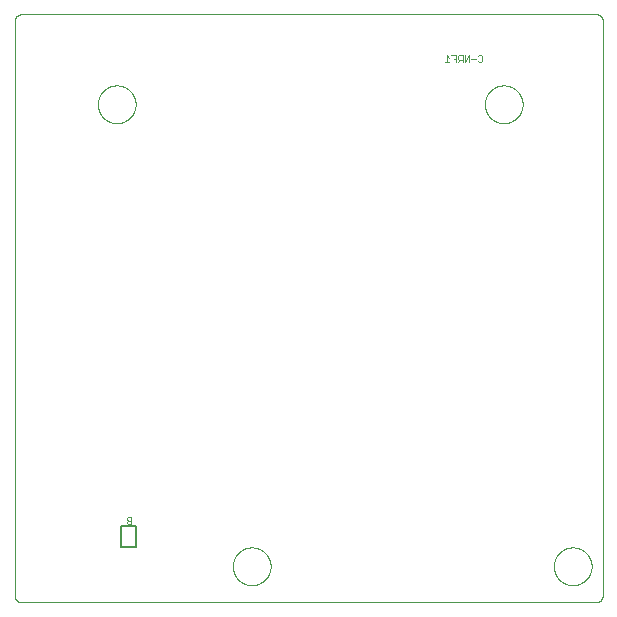
<source format=gbo>
G75*
%MOIN*%
%OFA0B0*%
%FSLAX25Y25*%
%IPPOS*%
%LPD*%
%AMOC8*
5,1,8,0,0,1.08239X$1,22.5*
%
%ADD10C,0.00000*%
%ADD11C,0.00200*%
%ADD12C,0.00500*%
%ADD13C,0.00300*%
D10*
X0001500Y0003736D02*
X0001500Y0195264D01*
X0001502Y0195356D01*
X0001508Y0195449D01*
X0001517Y0195541D01*
X0001530Y0195632D01*
X0001548Y0195723D01*
X0001568Y0195813D01*
X0001593Y0195902D01*
X0001621Y0195990D01*
X0001653Y0196077D01*
X0001688Y0196162D01*
X0001727Y0196246D01*
X0001769Y0196328D01*
X0001815Y0196409D01*
X0001864Y0196487D01*
X0001916Y0196563D01*
X0001971Y0196637D01*
X0002030Y0196709D01*
X0002091Y0196778D01*
X0002155Y0196845D01*
X0002222Y0196909D01*
X0002291Y0196970D01*
X0002363Y0197029D01*
X0002437Y0197084D01*
X0002513Y0197136D01*
X0002591Y0197185D01*
X0002672Y0197231D01*
X0002754Y0197273D01*
X0002838Y0197312D01*
X0002923Y0197347D01*
X0003010Y0197379D01*
X0003098Y0197407D01*
X0003187Y0197432D01*
X0003277Y0197452D01*
X0003368Y0197470D01*
X0003459Y0197483D01*
X0003551Y0197492D01*
X0003644Y0197498D01*
X0003736Y0197500D01*
X0195264Y0197500D01*
X0195356Y0197498D01*
X0195449Y0197492D01*
X0195541Y0197483D01*
X0195632Y0197470D01*
X0195723Y0197452D01*
X0195813Y0197432D01*
X0195902Y0197407D01*
X0195990Y0197379D01*
X0196077Y0197347D01*
X0196162Y0197312D01*
X0196246Y0197273D01*
X0196328Y0197231D01*
X0196409Y0197185D01*
X0196487Y0197136D01*
X0196563Y0197084D01*
X0196637Y0197029D01*
X0196709Y0196970D01*
X0196778Y0196909D01*
X0196845Y0196845D01*
X0196909Y0196778D01*
X0196970Y0196709D01*
X0197029Y0196637D01*
X0197084Y0196563D01*
X0197136Y0196487D01*
X0197185Y0196409D01*
X0197231Y0196328D01*
X0197273Y0196246D01*
X0197312Y0196162D01*
X0197347Y0196077D01*
X0197379Y0195990D01*
X0197407Y0195902D01*
X0197432Y0195813D01*
X0197452Y0195723D01*
X0197470Y0195632D01*
X0197483Y0195541D01*
X0197492Y0195449D01*
X0197498Y0195356D01*
X0197500Y0195264D01*
X0197500Y0003736D01*
X0197498Y0003644D01*
X0197492Y0003551D01*
X0197483Y0003459D01*
X0197470Y0003368D01*
X0197452Y0003277D01*
X0197432Y0003187D01*
X0197407Y0003098D01*
X0197379Y0003010D01*
X0197347Y0002923D01*
X0197312Y0002838D01*
X0197273Y0002754D01*
X0197231Y0002672D01*
X0197185Y0002591D01*
X0197136Y0002513D01*
X0197084Y0002437D01*
X0197029Y0002363D01*
X0196970Y0002291D01*
X0196909Y0002222D01*
X0196845Y0002155D01*
X0196778Y0002091D01*
X0196709Y0002030D01*
X0196637Y0001971D01*
X0196563Y0001916D01*
X0196487Y0001864D01*
X0196409Y0001815D01*
X0196328Y0001769D01*
X0196246Y0001727D01*
X0196162Y0001688D01*
X0196077Y0001653D01*
X0195990Y0001621D01*
X0195902Y0001593D01*
X0195813Y0001568D01*
X0195723Y0001548D01*
X0195632Y0001530D01*
X0195541Y0001517D01*
X0195449Y0001508D01*
X0195356Y0001502D01*
X0195264Y0001500D01*
X0003736Y0001500D01*
X0003644Y0001502D01*
X0003551Y0001508D01*
X0003459Y0001517D01*
X0003368Y0001530D01*
X0003277Y0001548D01*
X0003187Y0001568D01*
X0003098Y0001593D01*
X0003010Y0001621D01*
X0002923Y0001653D01*
X0002838Y0001688D01*
X0002754Y0001727D01*
X0002672Y0001769D01*
X0002591Y0001815D01*
X0002513Y0001864D01*
X0002437Y0001916D01*
X0002363Y0001971D01*
X0002291Y0002030D01*
X0002222Y0002091D01*
X0002155Y0002155D01*
X0002091Y0002222D01*
X0002030Y0002291D01*
X0001971Y0002363D01*
X0001916Y0002437D01*
X0001864Y0002513D01*
X0001815Y0002591D01*
X0001769Y0002672D01*
X0001727Y0002754D01*
X0001688Y0002838D01*
X0001653Y0002923D01*
X0001621Y0003010D01*
X0001593Y0003098D01*
X0001568Y0003187D01*
X0001548Y0003277D01*
X0001530Y0003368D01*
X0001517Y0003459D01*
X0001508Y0003551D01*
X0001502Y0003644D01*
X0001500Y0003736D01*
X0074201Y0013500D02*
X0074203Y0013658D01*
X0074209Y0013816D01*
X0074219Y0013974D01*
X0074233Y0014132D01*
X0074251Y0014289D01*
X0074272Y0014446D01*
X0074298Y0014602D01*
X0074328Y0014758D01*
X0074361Y0014913D01*
X0074399Y0015066D01*
X0074440Y0015219D01*
X0074485Y0015371D01*
X0074534Y0015522D01*
X0074587Y0015671D01*
X0074643Y0015819D01*
X0074703Y0015965D01*
X0074767Y0016110D01*
X0074835Y0016253D01*
X0074906Y0016395D01*
X0074980Y0016535D01*
X0075058Y0016672D01*
X0075140Y0016808D01*
X0075224Y0016942D01*
X0075313Y0017073D01*
X0075404Y0017202D01*
X0075499Y0017329D01*
X0075596Y0017454D01*
X0075697Y0017576D01*
X0075801Y0017695D01*
X0075908Y0017812D01*
X0076018Y0017926D01*
X0076131Y0018037D01*
X0076246Y0018146D01*
X0076364Y0018251D01*
X0076485Y0018353D01*
X0076608Y0018453D01*
X0076734Y0018549D01*
X0076862Y0018642D01*
X0076992Y0018732D01*
X0077125Y0018818D01*
X0077260Y0018902D01*
X0077396Y0018981D01*
X0077535Y0019058D01*
X0077676Y0019130D01*
X0077818Y0019200D01*
X0077962Y0019265D01*
X0078108Y0019327D01*
X0078255Y0019385D01*
X0078404Y0019440D01*
X0078554Y0019491D01*
X0078705Y0019538D01*
X0078857Y0019581D01*
X0079010Y0019620D01*
X0079165Y0019656D01*
X0079320Y0019687D01*
X0079476Y0019715D01*
X0079632Y0019739D01*
X0079789Y0019759D01*
X0079947Y0019775D01*
X0080104Y0019787D01*
X0080263Y0019795D01*
X0080421Y0019799D01*
X0080579Y0019799D01*
X0080737Y0019795D01*
X0080896Y0019787D01*
X0081053Y0019775D01*
X0081211Y0019759D01*
X0081368Y0019739D01*
X0081524Y0019715D01*
X0081680Y0019687D01*
X0081835Y0019656D01*
X0081990Y0019620D01*
X0082143Y0019581D01*
X0082295Y0019538D01*
X0082446Y0019491D01*
X0082596Y0019440D01*
X0082745Y0019385D01*
X0082892Y0019327D01*
X0083038Y0019265D01*
X0083182Y0019200D01*
X0083324Y0019130D01*
X0083465Y0019058D01*
X0083604Y0018981D01*
X0083740Y0018902D01*
X0083875Y0018818D01*
X0084008Y0018732D01*
X0084138Y0018642D01*
X0084266Y0018549D01*
X0084392Y0018453D01*
X0084515Y0018353D01*
X0084636Y0018251D01*
X0084754Y0018146D01*
X0084869Y0018037D01*
X0084982Y0017926D01*
X0085092Y0017812D01*
X0085199Y0017695D01*
X0085303Y0017576D01*
X0085404Y0017454D01*
X0085501Y0017329D01*
X0085596Y0017202D01*
X0085687Y0017073D01*
X0085776Y0016942D01*
X0085860Y0016808D01*
X0085942Y0016672D01*
X0086020Y0016535D01*
X0086094Y0016395D01*
X0086165Y0016253D01*
X0086233Y0016110D01*
X0086297Y0015965D01*
X0086357Y0015819D01*
X0086413Y0015671D01*
X0086466Y0015522D01*
X0086515Y0015371D01*
X0086560Y0015219D01*
X0086601Y0015066D01*
X0086639Y0014913D01*
X0086672Y0014758D01*
X0086702Y0014602D01*
X0086728Y0014446D01*
X0086749Y0014289D01*
X0086767Y0014132D01*
X0086781Y0013974D01*
X0086791Y0013816D01*
X0086797Y0013658D01*
X0086799Y0013500D01*
X0086797Y0013342D01*
X0086791Y0013184D01*
X0086781Y0013026D01*
X0086767Y0012868D01*
X0086749Y0012711D01*
X0086728Y0012554D01*
X0086702Y0012398D01*
X0086672Y0012242D01*
X0086639Y0012087D01*
X0086601Y0011934D01*
X0086560Y0011781D01*
X0086515Y0011629D01*
X0086466Y0011478D01*
X0086413Y0011329D01*
X0086357Y0011181D01*
X0086297Y0011035D01*
X0086233Y0010890D01*
X0086165Y0010747D01*
X0086094Y0010605D01*
X0086020Y0010465D01*
X0085942Y0010328D01*
X0085860Y0010192D01*
X0085776Y0010058D01*
X0085687Y0009927D01*
X0085596Y0009798D01*
X0085501Y0009671D01*
X0085404Y0009546D01*
X0085303Y0009424D01*
X0085199Y0009305D01*
X0085092Y0009188D01*
X0084982Y0009074D01*
X0084869Y0008963D01*
X0084754Y0008854D01*
X0084636Y0008749D01*
X0084515Y0008647D01*
X0084392Y0008547D01*
X0084266Y0008451D01*
X0084138Y0008358D01*
X0084008Y0008268D01*
X0083875Y0008182D01*
X0083740Y0008098D01*
X0083604Y0008019D01*
X0083465Y0007942D01*
X0083324Y0007870D01*
X0083182Y0007800D01*
X0083038Y0007735D01*
X0082892Y0007673D01*
X0082745Y0007615D01*
X0082596Y0007560D01*
X0082446Y0007509D01*
X0082295Y0007462D01*
X0082143Y0007419D01*
X0081990Y0007380D01*
X0081835Y0007344D01*
X0081680Y0007313D01*
X0081524Y0007285D01*
X0081368Y0007261D01*
X0081211Y0007241D01*
X0081053Y0007225D01*
X0080896Y0007213D01*
X0080737Y0007205D01*
X0080579Y0007201D01*
X0080421Y0007201D01*
X0080263Y0007205D01*
X0080104Y0007213D01*
X0079947Y0007225D01*
X0079789Y0007241D01*
X0079632Y0007261D01*
X0079476Y0007285D01*
X0079320Y0007313D01*
X0079165Y0007344D01*
X0079010Y0007380D01*
X0078857Y0007419D01*
X0078705Y0007462D01*
X0078554Y0007509D01*
X0078404Y0007560D01*
X0078255Y0007615D01*
X0078108Y0007673D01*
X0077962Y0007735D01*
X0077818Y0007800D01*
X0077676Y0007870D01*
X0077535Y0007942D01*
X0077396Y0008019D01*
X0077260Y0008098D01*
X0077125Y0008182D01*
X0076992Y0008268D01*
X0076862Y0008358D01*
X0076734Y0008451D01*
X0076608Y0008547D01*
X0076485Y0008647D01*
X0076364Y0008749D01*
X0076246Y0008854D01*
X0076131Y0008963D01*
X0076018Y0009074D01*
X0075908Y0009188D01*
X0075801Y0009305D01*
X0075697Y0009424D01*
X0075596Y0009546D01*
X0075499Y0009671D01*
X0075404Y0009798D01*
X0075313Y0009927D01*
X0075224Y0010058D01*
X0075140Y0010192D01*
X0075058Y0010328D01*
X0074980Y0010465D01*
X0074906Y0010605D01*
X0074835Y0010747D01*
X0074767Y0010890D01*
X0074703Y0011035D01*
X0074643Y0011181D01*
X0074587Y0011329D01*
X0074534Y0011478D01*
X0074485Y0011629D01*
X0074440Y0011781D01*
X0074399Y0011934D01*
X0074361Y0012087D01*
X0074328Y0012242D01*
X0074298Y0012398D01*
X0074272Y0012554D01*
X0074251Y0012711D01*
X0074233Y0012868D01*
X0074219Y0013026D01*
X0074209Y0013184D01*
X0074203Y0013342D01*
X0074201Y0013500D01*
X0181201Y0013500D02*
X0181203Y0013658D01*
X0181209Y0013816D01*
X0181219Y0013974D01*
X0181233Y0014132D01*
X0181251Y0014289D01*
X0181272Y0014446D01*
X0181298Y0014602D01*
X0181328Y0014758D01*
X0181361Y0014913D01*
X0181399Y0015066D01*
X0181440Y0015219D01*
X0181485Y0015371D01*
X0181534Y0015522D01*
X0181587Y0015671D01*
X0181643Y0015819D01*
X0181703Y0015965D01*
X0181767Y0016110D01*
X0181835Y0016253D01*
X0181906Y0016395D01*
X0181980Y0016535D01*
X0182058Y0016672D01*
X0182140Y0016808D01*
X0182224Y0016942D01*
X0182313Y0017073D01*
X0182404Y0017202D01*
X0182499Y0017329D01*
X0182596Y0017454D01*
X0182697Y0017576D01*
X0182801Y0017695D01*
X0182908Y0017812D01*
X0183018Y0017926D01*
X0183131Y0018037D01*
X0183246Y0018146D01*
X0183364Y0018251D01*
X0183485Y0018353D01*
X0183608Y0018453D01*
X0183734Y0018549D01*
X0183862Y0018642D01*
X0183992Y0018732D01*
X0184125Y0018818D01*
X0184260Y0018902D01*
X0184396Y0018981D01*
X0184535Y0019058D01*
X0184676Y0019130D01*
X0184818Y0019200D01*
X0184962Y0019265D01*
X0185108Y0019327D01*
X0185255Y0019385D01*
X0185404Y0019440D01*
X0185554Y0019491D01*
X0185705Y0019538D01*
X0185857Y0019581D01*
X0186010Y0019620D01*
X0186165Y0019656D01*
X0186320Y0019687D01*
X0186476Y0019715D01*
X0186632Y0019739D01*
X0186789Y0019759D01*
X0186947Y0019775D01*
X0187104Y0019787D01*
X0187263Y0019795D01*
X0187421Y0019799D01*
X0187579Y0019799D01*
X0187737Y0019795D01*
X0187896Y0019787D01*
X0188053Y0019775D01*
X0188211Y0019759D01*
X0188368Y0019739D01*
X0188524Y0019715D01*
X0188680Y0019687D01*
X0188835Y0019656D01*
X0188990Y0019620D01*
X0189143Y0019581D01*
X0189295Y0019538D01*
X0189446Y0019491D01*
X0189596Y0019440D01*
X0189745Y0019385D01*
X0189892Y0019327D01*
X0190038Y0019265D01*
X0190182Y0019200D01*
X0190324Y0019130D01*
X0190465Y0019058D01*
X0190604Y0018981D01*
X0190740Y0018902D01*
X0190875Y0018818D01*
X0191008Y0018732D01*
X0191138Y0018642D01*
X0191266Y0018549D01*
X0191392Y0018453D01*
X0191515Y0018353D01*
X0191636Y0018251D01*
X0191754Y0018146D01*
X0191869Y0018037D01*
X0191982Y0017926D01*
X0192092Y0017812D01*
X0192199Y0017695D01*
X0192303Y0017576D01*
X0192404Y0017454D01*
X0192501Y0017329D01*
X0192596Y0017202D01*
X0192687Y0017073D01*
X0192776Y0016942D01*
X0192860Y0016808D01*
X0192942Y0016672D01*
X0193020Y0016535D01*
X0193094Y0016395D01*
X0193165Y0016253D01*
X0193233Y0016110D01*
X0193297Y0015965D01*
X0193357Y0015819D01*
X0193413Y0015671D01*
X0193466Y0015522D01*
X0193515Y0015371D01*
X0193560Y0015219D01*
X0193601Y0015066D01*
X0193639Y0014913D01*
X0193672Y0014758D01*
X0193702Y0014602D01*
X0193728Y0014446D01*
X0193749Y0014289D01*
X0193767Y0014132D01*
X0193781Y0013974D01*
X0193791Y0013816D01*
X0193797Y0013658D01*
X0193799Y0013500D01*
X0193797Y0013342D01*
X0193791Y0013184D01*
X0193781Y0013026D01*
X0193767Y0012868D01*
X0193749Y0012711D01*
X0193728Y0012554D01*
X0193702Y0012398D01*
X0193672Y0012242D01*
X0193639Y0012087D01*
X0193601Y0011934D01*
X0193560Y0011781D01*
X0193515Y0011629D01*
X0193466Y0011478D01*
X0193413Y0011329D01*
X0193357Y0011181D01*
X0193297Y0011035D01*
X0193233Y0010890D01*
X0193165Y0010747D01*
X0193094Y0010605D01*
X0193020Y0010465D01*
X0192942Y0010328D01*
X0192860Y0010192D01*
X0192776Y0010058D01*
X0192687Y0009927D01*
X0192596Y0009798D01*
X0192501Y0009671D01*
X0192404Y0009546D01*
X0192303Y0009424D01*
X0192199Y0009305D01*
X0192092Y0009188D01*
X0191982Y0009074D01*
X0191869Y0008963D01*
X0191754Y0008854D01*
X0191636Y0008749D01*
X0191515Y0008647D01*
X0191392Y0008547D01*
X0191266Y0008451D01*
X0191138Y0008358D01*
X0191008Y0008268D01*
X0190875Y0008182D01*
X0190740Y0008098D01*
X0190604Y0008019D01*
X0190465Y0007942D01*
X0190324Y0007870D01*
X0190182Y0007800D01*
X0190038Y0007735D01*
X0189892Y0007673D01*
X0189745Y0007615D01*
X0189596Y0007560D01*
X0189446Y0007509D01*
X0189295Y0007462D01*
X0189143Y0007419D01*
X0188990Y0007380D01*
X0188835Y0007344D01*
X0188680Y0007313D01*
X0188524Y0007285D01*
X0188368Y0007261D01*
X0188211Y0007241D01*
X0188053Y0007225D01*
X0187896Y0007213D01*
X0187737Y0007205D01*
X0187579Y0007201D01*
X0187421Y0007201D01*
X0187263Y0007205D01*
X0187104Y0007213D01*
X0186947Y0007225D01*
X0186789Y0007241D01*
X0186632Y0007261D01*
X0186476Y0007285D01*
X0186320Y0007313D01*
X0186165Y0007344D01*
X0186010Y0007380D01*
X0185857Y0007419D01*
X0185705Y0007462D01*
X0185554Y0007509D01*
X0185404Y0007560D01*
X0185255Y0007615D01*
X0185108Y0007673D01*
X0184962Y0007735D01*
X0184818Y0007800D01*
X0184676Y0007870D01*
X0184535Y0007942D01*
X0184396Y0008019D01*
X0184260Y0008098D01*
X0184125Y0008182D01*
X0183992Y0008268D01*
X0183862Y0008358D01*
X0183734Y0008451D01*
X0183608Y0008547D01*
X0183485Y0008647D01*
X0183364Y0008749D01*
X0183246Y0008854D01*
X0183131Y0008963D01*
X0183018Y0009074D01*
X0182908Y0009188D01*
X0182801Y0009305D01*
X0182697Y0009424D01*
X0182596Y0009546D01*
X0182499Y0009671D01*
X0182404Y0009798D01*
X0182313Y0009927D01*
X0182224Y0010058D01*
X0182140Y0010192D01*
X0182058Y0010328D01*
X0181980Y0010465D01*
X0181906Y0010605D01*
X0181835Y0010747D01*
X0181767Y0010890D01*
X0181703Y0011035D01*
X0181643Y0011181D01*
X0181587Y0011329D01*
X0181534Y0011478D01*
X0181485Y0011629D01*
X0181440Y0011781D01*
X0181399Y0011934D01*
X0181361Y0012087D01*
X0181328Y0012242D01*
X0181298Y0012398D01*
X0181272Y0012554D01*
X0181251Y0012711D01*
X0181233Y0012868D01*
X0181219Y0013026D01*
X0181209Y0013184D01*
X0181203Y0013342D01*
X0181201Y0013500D01*
X0158201Y0167500D02*
X0158203Y0167658D01*
X0158209Y0167816D01*
X0158219Y0167974D01*
X0158233Y0168132D01*
X0158251Y0168289D01*
X0158272Y0168446D01*
X0158298Y0168602D01*
X0158328Y0168758D01*
X0158361Y0168913D01*
X0158399Y0169066D01*
X0158440Y0169219D01*
X0158485Y0169371D01*
X0158534Y0169522D01*
X0158587Y0169671D01*
X0158643Y0169819D01*
X0158703Y0169965D01*
X0158767Y0170110D01*
X0158835Y0170253D01*
X0158906Y0170395D01*
X0158980Y0170535D01*
X0159058Y0170672D01*
X0159140Y0170808D01*
X0159224Y0170942D01*
X0159313Y0171073D01*
X0159404Y0171202D01*
X0159499Y0171329D01*
X0159596Y0171454D01*
X0159697Y0171576D01*
X0159801Y0171695D01*
X0159908Y0171812D01*
X0160018Y0171926D01*
X0160131Y0172037D01*
X0160246Y0172146D01*
X0160364Y0172251D01*
X0160485Y0172353D01*
X0160608Y0172453D01*
X0160734Y0172549D01*
X0160862Y0172642D01*
X0160992Y0172732D01*
X0161125Y0172818D01*
X0161260Y0172902D01*
X0161396Y0172981D01*
X0161535Y0173058D01*
X0161676Y0173130D01*
X0161818Y0173200D01*
X0161962Y0173265D01*
X0162108Y0173327D01*
X0162255Y0173385D01*
X0162404Y0173440D01*
X0162554Y0173491D01*
X0162705Y0173538D01*
X0162857Y0173581D01*
X0163010Y0173620D01*
X0163165Y0173656D01*
X0163320Y0173687D01*
X0163476Y0173715D01*
X0163632Y0173739D01*
X0163789Y0173759D01*
X0163947Y0173775D01*
X0164104Y0173787D01*
X0164263Y0173795D01*
X0164421Y0173799D01*
X0164579Y0173799D01*
X0164737Y0173795D01*
X0164896Y0173787D01*
X0165053Y0173775D01*
X0165211Y0173759D01*
X0165368Y0173739D01*
X0165524Y0173715D01*
X0165680Y0173687D01*
X0165835Y0173656D01*
X0165990Y0173620D01*
X0166143Y0173581D01*
X0166295Y0173538D01*
X0166446Y0173491D01*
X0166596Y0173440D01*
X0166745Y0173385D01*
X0166892Y0173327D01*
X0167038Y0173265D01*
X0167182Y0173200D01*
X0167324Y0173130D01*
X0167465Y0173058D01*
X0167604Y0172981D01*
X0167740Y0172902D01*
X0167875Y0172818D01*
X0168008Y0172732D01*
X0168138Y0172642D01*
X0168266Y0172549D01*
X0168392Y0172453D01*
X0168515Y0172353D01*
X0168636Y0172251D01*
X0168754Y0172146D01*
X0168869Y0172037D01*
X0168982Y0171926D01*
X0169092Y0171812D01*
X0169199Y0171695D01*
X0169303Y0171576D01*
X0169404Y0171454D01*
X0169501Y0171329D01*
X0169596Y0171202D01*
X0169687Y0171073D01*
X0169776Y0170942D01*
X0169860Y0170808D01*
X0169942Y0170672D01*
X0170020Y0170535D01*
X0170094Y0170395D01*
X0170165Y0170253D01*
X0170233Y0170110D01*
X0170297Y0169965D01*
X0170357Y0169819D01*
X0170413Y0169671D01*
X0170466Y0169522D01*
X0170515Y0169371D01*
X0170560Y0169219D01*
X0170601Y0169066D01*
X0170639Y0168913D01*
X0170672Y0168758D01*
X0170702Y0168602D01*
X0170728Y0168446D01*
X0170749Y0168289D01*
X0170767Y0168132D01*
X0170781Y0167974D01*
X0170791Y0167816D01*
X0170797Y0167658D01*
X0170799Y0167500D01*
X0170797Y0167342D01*
X0170791Y0167184D01*
X0170781Y0167026D01*
X0170767Y0166868D01*
X0170749Y0166711D01*
X0170728Y0166554D01*
X0170702Y0166398D01*
X0170672Y0166242D01*
X0170639Y0166087D01*
X0170601Y0165934D01*
X0170560Y0165781D01*
X0170515Y0165629D01*
X0170466Y0165478D01*
X0170413Y0165329D01*
X0170357Y0165181D01*
X0170297Y0165035D01*
X0170233Y0164890D01*
X0170165Y0164747D01*
X0170094Y0164605D01*
X0170020Y0164465D01*
X0169942Y0164328D01*
X0169860Y0164192D01*
X0169776Y0164058D01*
X0169687Y0163927D01*
X0169596Y0163798D01*
X0169501Y0163671D01*
X0169404Y0163546D01*
X0169303Y0163424D01*
X0169199Y0163305D01*
X0169092Y0163188D01*
X0168982Y0163074D01*
X0168869Y0162963D01*
X0168754Y0162854D01*
X0168636Y0162749D01*
X0168515Y0162647D01*
X0168392Y0162547D01*
X0168266Y0162451D01*
X0168138Y0162358D01*
X0168008Y0162268D01*
X0167875Y0162182D01*
X0167740Y0162098D01*
X0167604Y0162019D01*
X0167465Y0161942D01*
X0167324Y0161870D01*
X0167182Y0161800D01*
X0167038Y0161735D01*
X0166892Y0161673D01*
X0166745Y0161615D01*
X0166596Y0161560D01*
X0166446Y0161509D01*
X0166295Y0161462D01*
X0166143Y0161419D01*
X0165990Y0161380D01*
X0165835Y0161344D01*
X0165680Y0161313D01*
X0165524Y0161285D01*
X0165368Y0161261D01*
X0165211Y0161241D01*
X0165053Y0161225D01*
X0164896Y0161213D01*
X0164737Y0161205D01*
X0164579Y0161201D01*
X0164421Y0161201D01*
X0164263Y0161205D01*
X0164104Y0161213D01*
X0163947Y0161225D01*
X0163789Y0161241D01*
X0163632Y0161261D01*
X0163476Y0161285D01*
X0163320Y0161313D01*
X0163165Y0161344D01*
X0163010Y0161380D01*
X0162857Y0161419D01*
X0162705Y0161462D01*
X0162554Y0161509D01*
X0162404Y0161560D01*
X0162255Y0161615D01*
X0162108Y0161673D01*
X0161962Y0161735D01*
X0161818Y0161800D01*
X0161676Y0161870D01*
X0161535Y0161942D01*
X0161396Y0162019D01*
X0161260Y0162098D01*
X0161125Y0162182D01*
X0160992Y0162268D01*
X0160862Y0162358D01*
X0160734Y0162451D01*
X0160608Y0162547D01*
X0160485Y0162647D01*
X0160364Y0162749D01*
X0160246Y0162854D01*
X0160131Y0162963D01*
X0160018Y0163074D01*
X0159908Y0163188D01*
X0159801Y0163305D01*
X0159697Y0163424D01*
X0159596Y0163546D01*
X0159499Y0163671D01*
X0159404Y0163798D01*
X0159313Y0163927D01*
X0159224Y0164058D01*
X0159140Y0164192D01*
X0159058Y0164328D01*
X0158980Y0164465D01*
X0158906Y0164605D01*
X0158835Y0164747D01*
X0158767Y0164890D01*
X0158703Y0165035D01*
X0158643Y0165181D01*
X0158587Y0165329D01*
X0158534Y0165478D01*
X0158485Y0165629D01*
X0158440Y0165781D01*
X0158399Y0165934D01*
X0158361Y0166087D01*
X0158328Y0166242D01*
X0158298Y0166398D01*
X0158272Y0166554D01*
X0158251Y0166711D01*
X0158233Y0166868D01*
X0158219Y0167026D01*
X0158209Y0167184D01*
X0158203Y0167342D01*
X0158201Y0167500D01*
X0029201Y0167500D02*
X0029203Y0167658D01*
X0029209Y0167816D01*
X0029219Y0167974D01*
X0029233Y0168132D01*
X0029251Y0168289D01*
X0029272Y0168446D01*
X0029298Y0168602D01*
X0029328Y0168758D01*
X0029361Y0168913D01*
X0029399Y0169066D01*
X0029440Y0169219D01*
X0029485Y0169371D01*
X0029534Y0169522D01*
X0029587Y0169671D01*
X0029643Y0169819D01*
X0029703Y0169965D01*
X0029767Y0170110D01*
X0029835Y0170253D01*
X0029906Y0170395D01*
X0029980Y0170535D01*
X0030058Y0170672D01*
X0030140Y0170808D01*
X0030224Y0170942D01*
X0030313Y0171073D01*
X0030404Y0171202D01*
X0030499Y0171329D01*
X0030596Y0171454D01*
X0030697Y0171576D01*
X0030801Y0171695D01*
X0030908Y0171812D01*
X0031018Y0171926D01*
X0031131Y0172037D01*
X0031246Y0172146D01*
X0031364Y0172251D01*
X0031485Y0172353D01*
X0031608Y0172453D01*
X0031734Y0172549D01*
X0031862Y0172642D01*
X0031992Y0172732D01*
X0032125Y0172818D01*
X0032260Y0172902D01*
X0032396Y0172981D01*
X0032535Y0173058D01*
X0032676Y0173130D01*
X0032818Y0173200D01*
X0032962Y0173265D01*
X0033108Y0173327D01*
X0033255Y0173385D01*
X0033404Y0173440D01*
X0033554Y0173491D01*
X0033705Y0173538D01*
X0033857Y0173581D01*
X0034010Y0173620D01*
X0034165Y0173656D01*
X0034320Y0173687D01*
X0034476Y0173715D01*
X0034632Y0173739D01*
X0034789Y0173759D01*
X0034947Y0173775D01*
X0035104Y0173787D01*
X0035263Y0173795D01*
X0035421Y0173799D01*
X0035579Y0173799D01*
X0035737Y0173795D01*
X0035896Y0173787D01*
X0036053Y0173775D01*
X0036211Y0173759D01*
X0036368Y0173739D01*
X0036524Y0173715D01*
X0036680Y0173687D01*
X0036835Y0173656D01*
X0036990Y0173620D01*
X0037143Y0173581D01*
X0037295Y0173538D01*
X0037446Y0173491D01*
X0037596Y0173440D01*
X0037745Y0173385D01*
X0037892Y0173327D01*
X0038038Y0173265D01*
X0038182Y0173200D01*
X0038324Y0173130D01*
X0038465Y0173058D01*
X0038604Y0172981D01*
X0038740Y0172902D01*
X0038875Y0172818D01*
X0039008Y0172732D01*
X0039138Y0172642D01*
X0039266Y0172549D01*
X0039392Y0172453D01*
X0039515Y0172353D01*
X0039636Y0172251D01*
X0039754Y0172146D01*
X0039869Y0172037D01*
X0039982Y0171926D01*
X0040092Y0171812D01*
X0040199Y0171695D01*
X0040303Y0171576D01*
X0040404Y0171454D01*
X0040501Y0171329D01*
X0040596Y0171202D01*
X0040687Y0171073D01*
X0040776Y0170942D01*
X0040860Y0170808D01*
X0040942Y0170672D01*
X0041020Y0170535D01*
X0041094Y0170395D01*
X0041165Y0170253D01*
X0041233Y0170110D01*
X0041297Y0169965D01*
X0041357Y0169819D01*
X0041413Y0169671D01*
X0041466Y0169522D01*
X0041515Y0169371D01*
X0041560Y0169219D01*
X0041601Y0169066D01*
X0041639Y0168913D01*
X0041672Y0168758D01*
X0041702Y0168602D01*
X0041728Y0168446D01*
X0041749Y0168289D01*
X0041767Y0168132D01*
X0041781Y0167974D01*
X0041791Y0167816D01*
X0041797Y0167658D01*
X0041799Y0167500D01*
X0041797Y0167342D01*
X0041791Y0167184D01*
X0041781Y0167026D01*
X0041767Y0166868D01*
X0041749Y0166711D01*
X0041728Y0166554D01*
X0041702Y0166398D01*
X0041672Y0166242D01*
X0041639Y0166087D01*
X0041601Y0165934D01*
X0041560Y0165781D01*
X0041515Y0165629D01*
X0041466Y0165478D01*
X0041413Y0165329D01*
X0041357Y0165181D01*
X0041297Y0165035D01*
X0041233Y0164890D01*
X0041165Y0164747D01*
X0041094Y0164605D01*
X0041020Y0164465D01*
X0040942Y0164328D01*
X0040860Y0164192D01*
X0040776Y0164058D01*
X0040687Y0163927D01*
X0040596Y0163798D01*
X0040501Y0163671D01*
X0040404Y0163546D01*
X0040303Y0163424D01*
X0040199Y0163305D01*
X0040092Y0163188D01*
X0039982Y0163074D01*
X0039869Y0162963D01*
X0039754Y0162854D01*
X0039636Y0162749D01*
X0039515Y0162647D01*
X0039392Y0162547D01*
X0039266Y0162451D01*
X0039138Y0162358D01*
X0039008Y0162268D01*
X0038875Y0162182D01*
X0038740Y0162098D01*
X0038604Y0162019D01*
X0038465Y0161942D01*
X0038324Y0161870D01*
X0038182Y0161800D01*
X0038038Y0161735D01*
X0037892Y0161673D01*
X0037745Y0161615D01*
X0037596Y0161560D01*
X0037446Y0161509D01*
X0037295Y0161462D01*
X0037143Y0161419D01*
X0036990Y0161380D01*
X0036835Y0161344D01*
X0036680Y0161313D01*
X0036524Y0161285D01*
X0036368Y0161261D01*
X0036211Y0161241D01*
X0036053Y0161225D01*
X0035896Y0161213D01*
X0035737Y0161205D01*
X0035579Y0161201D01*
X0035421Y0161201D01*
X0035263Y0161205D01*
X0035104Y0161213D01*
X0034947Y0161225D01*
X0034789Y0161241D01*
X0034632Y0161261D01*
X0034476Y0161285D01*
X0034320Y0161313D01*
X0034165Y0161344D01*
X0034010Y0161380D01*
X0033857Y0161419D01*
X0033705Y0161462D01*
X0033554Y0161509D01*
X0033404Y0161560D01*
X0033255Y0161615D01*
X0033108Y0161673D01*
X0032962Y0161735D01*
X0032818Y0161800D01*
X0032676Y0161870D01*
X0032535Y0161942D01*
X0032396Y0162019D01*
X0032260Y0162098D01*
X0032125Y0162182D01*
X0031992Y0162268D01*
X0031862Y0162358D01*
X0031734Y0162451D01*
X0031608Y0162547D01*
X0031485Y0162647D01*
X0031364Y0162749D01*
X0031246Y0162854D01*
X0031131Y0162963D01*
X0031018Y0163074D01*
X0030908Y0163188D01*
X0030801Y0163305D01*
X0030697Y0163424D01*
X0030596Y0163546D01*
X0030499Y0163671D01*
X0030404Y0163798D01*
X0030313Y0163927D01*
X0030224Y0164058D01*
X0030140Y0164192D01*
X0030058Y0164328D01*
X0029980Y0164465D01*
X0029906Y0164605D01*
X0029835Y0164747D01*
X0029767Y0164890D01*
X0029703Y0165035D01*
X0029643Y0165181D01*
X0029587Y0165329D01*
X0029534Y0165478D01*
X0029485Y0165629D01*
X0029440Y0165781D01*
X0029399Y0165934D01*
X0029361Y0166087D01*
X0029328Y0166242D01*
X0029298Y0166398D01*
X0029272Y0166554D01*
X0029251Y0166711D01*
X0029233Y0166868D01*
X0029219Y0167026D01*
X0029209Y0167184D01*
X0029203Y0167342D01*
X0029201Y0167500D01*
D11*
X0144883Y0181600D02*
X0146351Y0181600D01*
X0145617Y0181600D02*
X0145617Y0183802D01*
X0146351Y0183068D01*
X0147093Y0183802D02*
X0148560Y0183802D01*
X0148560Y0181600D01*
X0149302Y0181600D02*
X0150036Y0182334D01*
X0149669Y0182334D02*
X0150770Y0182334D01*
X0150770Y0181600D02*
X0150770Y0183802D01*
X0149669Y0183802D01*
X0149302Y0183435D01*
X0149302Y0182701D01*
X0149669Y0182334D01*
X0148560Y0182701D02*
X0147827Y0182701D01*
X0151512Y0181600D02*
X0151512Y0183802D01*
X0152980Y0183802D02*
X0151512Y0181600D01*
X0152980Y0181600D02*
X0152980Y0183802D01*
X0153722Y0182701D02*
X0155190Y0182701D01*
X0155932Y0183435D02*
X0156299Y0183802D01*
X0157033Y0183802D01*
X0157400Y0183435D01*
X0157400Y0181967D01*
X0157033Y0181600D01*
X0156299Y0181600D01*
X0155932Y0181967D01*
D12*
X0042000Y0027000D02*
X0037000Y0027000D01*
X0037000Y0020000D01*
X0042000Y0020000D01*
X0042000Y0027000D01*
D13*
X0040350Y0027650D02*
X0040350Y0029852D01*
X0039249Y0029852D01*
X0038882Y0029485D01*
X0038882Y0029118D01*
X0039249Y0028751D01*
X0040350Y0028751D01*
X0039249Y0028751D02*
X0038882Y0028384D01*
X0038882Y0028017D01*
X0039249Y0027650D01*
X0040350Y0027650D01*
M02*

</source>
